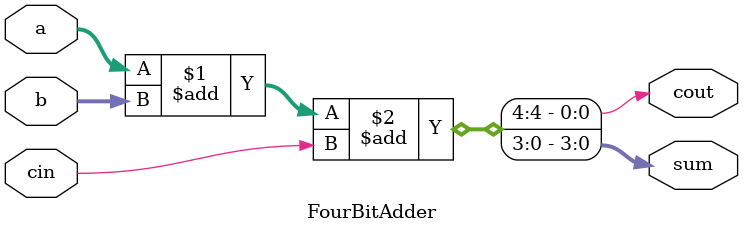
<source format=v>
`timescale 1ns / 1ps
module FourBitAdder(
input [3:0] a,b,
input cin,
output [3:0] sum,
output cout
    );
assign {cout,sum} = a+b+cin;
endmodule

</source>
